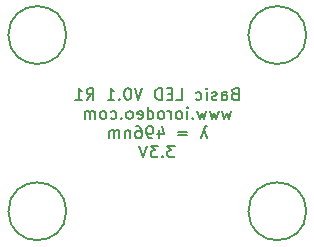
<source format=gbr>
%TF.GenerationSoftware,KiCad,Pcbnew,7.0.2-6a45011f42~172~ubuntu22.04.1*%
%TF.CreationDate,2023-09-05T11:02:04-07:00*%
%TF.ProjectId,basic_led,62617369-635f-46c6-9564-2e6b69636164,rev?*%
%TF.SameCoordinates,Original*%
%TF.FileFunction,Legend,Bot*%
%TF.FilePolarity,Positive*%
%FSLAX46Y46*%
G04 Gerber Fmt 4.6, Leading zero omitted, Abs format (unit mm)*
G04 Created by KiCad (PCBNEW 7.0.2-6a45011f42~172~ubuntu22.04.1) date 2023-09-05 11:02:04*
%MOMM*%
%LPD*%
G01*
G04 APERTURE LIST*
%ADD10C,0.150000*%
G04 APERTURE END LIST*
D10*
X69247619Y-57508809D02*
X69104762Y-57556428D01*
X69104762Y-57556428D02*
X69057143Y-57604047D01*
X69057143Y-57604047D02*
X69009524Y-57699285D01*
X69009524Y-57699285D02*
X69009524Y-57842142D01*
X69009524Y-57842142D02*
X69057143Y-57937380D01*
X69057143Y-57937380D02*
X69104762Y-57985000D01*
X69104762Y-57985000D02*
X69200000Y-58032619D01*
X69200000Y-58032619D02*
X69580952Y-58032619D01*
X69580952Y-58032619D02*
X69580952Y-57032619D01*
X69580952Y-57032619D02*
X69247619Y-57032619D01*
X69247619Y-57032619D02*
X69152381Y-57080238D01*
X69152381Y-57080238D02*
X69104762Y-57127857D01*
X69104762Y-57127857D02*
X69057143Y-57223095D01*
X69057143Y-57223095D02*
X69057143Y-57318333D01*
X69057143Y-57318333D02*
X69104762Y-57413571D01*
X69104762Y-57413571D02*
X69152381Y-57461190D01*
X69152381Y-57461190D02*
X69247619Y-57508809D01*
X69247619Y-57508809D02*
X69580952Y-57508809D01*
X68152381Y-58032619D02*
X68152381Y-57508809D01*
X68152381Y-57508809D02*
X68200000Y-57413571D01*
X68200000Y-57413571D02*
X68295238Y-57365952D01*
X68295238Y-57365952D02*
X68485714Y-57365952D01*
X68485714Y-57365952D02*
X68580952Y-57413571D01*
X68152381Y-57985000D02*
X68247619Y-58032619D01*
X68247619Y-58032619D02*
X68485714Y-58032619D01*
X68485714Y-58032619D02*
X68580952Y-57985000D01*
X68580952Y-57985000D02*
X68628571Y-57889761D01*
X68628571Y-57889761D02*
X68628571Y-57794523D01*
X68628571Y-57794523D02*
X68580952Y-57699285D01*
X68580952Y-57699285D02*
X68485714Y-57651666D01*
X68485714Y-57651666D02*
X68247619Y-57651666D01*
X68247619Y-57651666D02*
X68152381Y-57604047D01*
X67723809Y-57985000D02*
X67628571Y-58032619D01*
X67628571Y-58032619D02*
X67438095Y-58032619D01*
X67438095Y-58032619D02*
X67342857Y-57985000D01*
X67342857Y-57985000D02*
X67295238Y-57889761D01*
X67295238Y-57889761D02*
X67295238Y-57842142D01*
X67295238Y-57842142D02*
X67342857Y-57746904D01*
X67342857Y-57746904D02*
X67438095Y-57699285D01*
X67438095Y-57699285D02*
X67580952Y-57699285D01*
X67580952Y-57699285D02*
X67676190Y-57651666D01*
X67676190Y-57651666D02*
X67723809Y-57556428D01*
X67723809Y-57556428D02*
X67723809Y-57508809D01*
X67723809Y-57508809D02*
X67676190Y-57413571D01*
X67676190Y-57413571D02*
X67580952Y-57365952D01*
X67580952Y-57365952D02*
X67438095Y-57365952D01*
X67438095Y-57365952D02*
X67342857Y-57413571D01*
X66866666Y-58032619D02*
X66866666Y-57365952D01*
X66866666Y-57032619D02*
X66914285Y-57080238D01*
X66914285Y-57080238D02*
X66866666Y-57127857D01*
X66866666Y-57127857D02*
X66819047Y-57080238D01*
X66819047Y-57080238D02*
X66866666Y-57032619D01*
X66866666Y-57032619D02*
X66866666Y-57127857D01*
X65961905Y-57985000D02*
X66057143Y-58032619D01*
X66057143Y-58032619D02*
X66247619Y-58032619D01*
X66247619Y-58032619D02*
X66342857Y-57985000D01*
X66342857Y-57985000D02*
X66390476Y-57937380D01*
X66390476Y-57937380D02*
X66438095Y-57842142D01*
X66438095Y-57842142D02*
X66438095Y-57556428D01*
X66438095Y-57556428D02*
X66390476Y-57461190D01*
X66390476Y-57461190D02*
X66342857Y-57413571D01*
X66342857Y-57413571D02*
X66247619Y-57365952D01*
X66247619Y-57365952D02*
X66057143Y-57365952D01*
X66057143Y-57365952D02*
X65961905Y-57413571D01*
X64295238Y-58032619D02*
X64771428Y-58032619D01*
X64771428Y-58032619D02*
X64771428Y-57032619D01*
X63961904Y-57508809D02*
X63628571Y-57508809D01*
X63485714Y-58032619D02*
X63961904Y-58032619D01*
X63961904Y-58032619D02*
X63961904Y-57032619D01*
X63961904Y-57032619D02*
X63485714Y-57032619D01*
X63057142Y-58032619D02*
X63057142Y-57032619D01*
X63057142Y-57032619D02*
X62819047Y-57032619D01*
X62819047Y-57032619D02*
X62676190Y-57080238D01*
X62676190Y-57080238D02*
X62580952Y-57175476D01*
X62580952Y-57175476D02*
X62533333Y-57270714D01*
X62533333Y-57270714D02*
X62485714Y-57461190D01*
X62485714Y-57461190D02*
X62485714Y-57604047D01*
X62485714Y-57604047D02*
X62533333Y-57794523D01*
X62533333Y-57794523D02*
X62580952Y-57889761D01*
X62580952Y-57889761D02*
X62676190Y-57985000D01*
X62676190Y-57985000D02*
X62819047Y-58032619D01*
X62819047Y-58032619D02*
X63057142Y-58032619D01*
X61438094Y-57032619D02*
X61104761Y-58032619D01*
X61104761Y-58032619D02*
X60771428Y-57032619D01*
X60247618Y-57032619D02*
X60152380Y-57032619D01*
X60152380Y-57032619D02*
X60057142Y-57080238D01*
X60057142Y-57080238D02*
X60009523Y-57127857D01*
X60009523Y-57127857D02*
X59961904Y-57223095D01*
X59961904Y-57223095D02*
X59914285Y-57413571D01*
X59914285Y-57413571D02*
X59914285Y-57651666D01*
X59914285Y-57651666D02*
X59961904Y-57842142D01*
X59961904Y-57842142D02*
X60009523Y-57937380D01*
X60009523Y-57937380D02*
X60057142Y-57985000D01*
X60057142Y-57985000D02*
X60152380Y-58032619D01*
X60152380Y-58032619D02*
X60247618Y-58032619D01*
X60247618Y-58032619D02*
X60342856Y-57985000D01*
X60342856Y-57985000D02*
X60390475Y-57937380D01*
X60390475Y-57937380D02*
X60438094Y-57842142D01*
X60438094Y-57842142D02*
X60485713Y-57651666D01*
X60485713Y-57651666D02*
X60485713Y-57413571D01*
X60485713Y-57413571D02*
X60438094Y-57223095D01*
X60438094Y-57223095D02*
X60390475Y-57127857D01*
X60390475Y-57127857D02*
X60342856Y-57080238D01*
X60342856Y-57080238D02*
X60247618Y-57032619D01*
X59485713Y-57937380D02*
X59438094Y-57985000D01*
X59438094Y-57985000D02*
X59485713Y-58032619D01*
X59485713Y-58032619D02*
X59533332Y-57985000D01*
X59533332Y-57985000D02*
X59485713Y-57937380D01*
X59485713Y-57937380D02*
X59485713Y-58032619D01*
X58485714Y-58032619D02*
X59057142Y-58032619D01*
X58771428Y-58032619D02*
X58771428Y-57032619D01*
X58771428Y-57032619D02*
X58866666Y-57175476D01*
X58866666Y-57175476D02*
X58961904Y-57270714D01*
X58961904Y-57270714D02*
X59057142Y-57318333D01*
X56723809Y-58032619D02*
X57057142Y-57556428D01*
X57295237Y-58032619D02*
X57295237Y-57032619D01*
X57295237Y-57032619D02*
X56914285Y-57032619D01*
X56914285Y-57032619D02*
X56819047Y-57080238D01*
X56819047Y-57080238D02*
X56771428Y-57127857D01*
X56771428Y-57127857D02*
X56723809Y-57223095D01*
X56723809Y-57223095D02*
X56723809Y-57365952D01*
X56723809Y-57365952D02*
X56771428Y-57461190D01*
X56771428Y-57461190D02*
X56819047Y-57508809D01*
X56819047Y-57508809D02*
X56914285Y-57556428D01*
X56914285Y-57556428D02*
X57295237Y-57556428D01*
X55771428Y-58032619D02*
X56342856Y-58032619D01*
X56057142Y-58032619D02*
X56057142Y-57032619D01*
X56057142Y-57032619D02*
X56152380Y-57175476D01*
X56152380Y-57175476D02*
X56247618Y-57270714D01*
X56247618Y-57270714D02*
X56342856Y-57318333D01*
X68938094Y-58985952D02*
X68747618Y-59652619D01*
X68747618Y-59652619D02*
X68557142Y-59176428D01*
X68557142Y-59176428D02*
X68366666Y-59652619D01*
X68366666Y-59652619D02*
X68176190Y-58985952D01*
X67890475Y-58985952D02*
X67699999Y-59652619D01*
X67699999Y-59652619D02*
X67509523Y-59176428D01*
X67509523Y-59176428D02*
X67319047Y-59652619D01*
X67319047Y-59652619D02*
X67128571Y-58985952D01*
X66842856Y-58985952D02*
X66652380Y-59652619D01*
X66652380Y-59652619D02*
X66461904Y-59176428D01*
X66461904Y-59176428D02*
X66271428Y-59652619D01*
X66271428Y-59652619D02*
X66080952Y-58985952D01*
X65699999Y-59557380D02*
X65652380Y-59605000D01*
X65652380Y-59605000D02*
X65699999Y-59652619D01*
X65699999Y-59652619D02*
X65747618Y-59605000D01*
X65747618Y-59605000D02*
X65699999Y-59557380D01*
X65699999Y-59557380D02*
X65699999Y-59652619D01*
X65223809Y-59652619D02*
X65223809Y-58985952D01*
X65223809Y-58652619D02*
X65271428Y-58700238D01*
X65271428Y-58700238D02*
X65223809Y-58747857D01*
X65223809Y-58747857D02*
X65176190Y-58700238D01*
X65176190Y-58700238D02*
X65223809Y-58652619D01*
X65223809Y-58652619D02*
X65223809Y-58747857D01*
X64604762Y-59652619D02*
X64700000Y-59605000D01*
X64700000Y-59605000D02*
X64747619Y-59557380D01*
X64747619Y-59557380D02*
X64795238Y-59462142D01*
X64795238Y-59462142D02*
X64795238Y-59176428D01*
X64795238Y-59176428D02*
X64747619Y-59081190D01*
X64747619Y-59081190D02*
X64700000Y-59033571D01*
X64700000Y-59033571D02*
X64604762Y-58985952D01*
X64604762Y-58985952D02*
X64461905Y-58985952D01*
X64461905Y-58985952D02*
X64366667Y-59033571D01*
X64366667Y-59033571D02*
X64319048Y-59081190D01*
X64319048Y-59081190D02*
X64271429Y-59176428D01*
X64271429Y-59176428D02*
X64271429Y-59462142D01*
X64271429Y-59462142D02*
X64319048Y-59557380D01*
X64319048Y-59557380D02*
X64366667Y-59605000D01*
X64366667Y-59605000D02*
X64461905Y-59652619D01*
X64461905Y-59652619D02*
X64604762Y-59652619D01*
X63842857Y-59652619D02*
X63842857Y-58985952D01*
X63842857Y-59176428D02*
X63795238Y-59081190D01*
X63795238Y-59081190D02*
X63747619Y-59033571D01*
X63747619Y-59033571D02*
X63652381Y-58985952D01*
X63652381Y-58985952D02*
X63557143Y-58985952D01*
X63080952Y-59652619D02*
X63176190Y-59605000D01*
X63176190Y-59605000D02*
X63223809Y-59557380D01*
X63223809Y-59557380D02*
X63271428Y-59462142D01*
X63271428Y-59462142D02*
X63271428Y-59176428D01*
X63271428Y-59176428D02*
X63223809Y-59081190D01*
X63223809Y-59081190D02*
X63176190Y-59033571D01*
X63176190Y-59033571D02*
X63080952Y-58985952D01*
X63080952Y-58985952D02*
X62938095Y-58985952D01*
X62938095Y-58985952D02*
X62842857Y-59033571D01*
X62842857Y-59033571D02*
X62795238Y-59081190D01*
X62795238Y-59081190D02*
X62747619Y-59176428D01*
X62747619Y-59176428D02*
X62747619Y-59462142D01*
X62747619Y-59462142D02*
X62795238Y-59557380D01*
X62795238Y-59557380D02*
X62842857Y-59605000D01*
X62842857Y-59605000D02*
X62938095Y-59652619D01*
X62938095Y-59652619D02*
X63080952Y-59652619D01*
X61890476Y-59652619D02*
X61890476Y-58652619D01*
X61890476Y-59605000D02*
X61985714Y-59652619D01*
X61985714Y-59652619D02*
X62176190Y-59652619D01*
X62176190Y-59652619D02*
X62271428Y-59605000D01*
X62271428Y-59605000D02*
X62319047Y-59557380D01*
X62319047Y-59557380D02*
X62366666Y-59462142D01*
X62366666Y-59462142D02*
X62366666Y-59176428D01*
X62366666Y-59176428D02*
X62319047Y-59081190D01*
X62319047Y-59081190D02*
X62271428Y-59033571D01*
X62271428Y-59033571D02*
X62176190Y-58985952D01*
X62176190Y-58985952D02*
X61985714Y-58985952D01*
X61985714Y-58985952D02*
X61890476Y-59033571D01*
X61033333Y-59605000D02*
X61128571Y-59652619D01*
X61128571Y-59652619D02*
X61319047Y-59652619D01*
X61319047Y-59652619D02*
X61414285Y-59605000D01*
X61414285Y-59605000D02*
X61461904Y-59509761D01*
X61461904Y-59509761D02*
X61461904Y-59128809D01*
X61461904Y-59128809D02*
X61414285Y-59033571D01*
X61414285Y-59033571D02*
X61319047Y-58985952D01*
X61319047Y-58985952D02*
X61128571Y-58985952D01*
X61128571Y-58985952D02*
X61033333Y-59033571D01*
X61033333Y-59033571D02*
X60985714Y-59128809D01*
X60985714Y-59128809D02*
X60985714Y-59224047D01*
X60985714Y-59224047D02*
X61461904Y-59319285D01*
X60414285Y-59652619D02*
X60509523Y-59605000D01*
X60509523Y-59605000D02*
X60557142Y-59557380D01*
X60557142Y-59557380D02*
X60604761Y-59462142D01*
X60604761Y-59462142D02*
X60604761Y-59176428D01*
X60604761Y-59176428D02*
X60557142Y-59081190D01*
X60557142Y-59081190D02*
X60509523Y-59033571D01*
X60509523Y-59033571D02*
X60414285Y-58985952D01*
X60414285Y-58985952D02*
X60271428Y-58985952D01*
X60271428Y-58985952D02*
X60176190Y-59033571D01*
X60176190Y-59033571D02*
X60128571Y-59081190D01*
X60128571Y-59081190D02*
X60080952Y-59176428D01*
X60080952Y-59176428D02*
X60080952Y-59462142D01*
X60080952Y-59462142D02*
X60128571Y-59557380D01*
X60128571Y-59557380D02*
X60176190Y-59605000D01*
X60176190Y-59605000D02*
X60271428Y-59652619D01*
X60271428Y-59652619D02*
X60414285Y-59652619D01*
X59652380Y-59557380D02*
X59604761Y-59605000D01*
X59604761Y-59605000D02*
X59652380Y-59652619D01*
X59652380Y-59652619D02*
X59699999Y-59605000D01*
X59699999Y-59605000D02*
X59652380Y-59557380D01*
X59652380Y-59557380D02*
X59652380Y-59652619D01*
X58747619Y-59605000D02*
X58842857Y-59652619D01*
X58842857Y-59652619D02*
X59033333Y-59652619D01*
X59033333Y-59652619D02*
X59128571Y-59605000D01*
X59128571Y-59605000D02*
X59176190Y-59557380D01*
X59176190Y-59557380D02*
X59223809Y-59462142D01*
X59223809Y-59462142D02*
X59223809Y-59176428D01*
X59223809Y-59176428D02*
X59176190Y-59081190D01*
X59176190Y-59081190D02*
X59128571Y-59033571D01*
X59128571Y-59033571D02*
X59033333Y-58985952D01*
X59033333Y-58985952D02*
X58842857Y-58985952D01*
X58842857Y-58985952D02*
X58747619Y-59033571D01*
X58176190Y-59652619D02*
X58271428Y-59605000D01*
X58271428Y-59605000D02*
X58319047Y-59557380D01*
X58319047Y-59557380D02*
X58366666Y-59462142D01*
X58366666Y-59462142D02*
X58366666Y-59176428D01*
X58366666Y-59176428D02*
X58319047Y-59081190D01*
X58319047Y-59081190D02*
X58271428Y-59033571D01*
X58271428Y-59033571D02*
X58176190Y-58985952D01*
X58176190Y-58985952D02*
X58033333Y-58985952D01*
X58033333Y-58985952D02*
X57938095Y-59033571D01*
X57938095Y-59033571D02*
X57890476Y-59081190D01*
X57890476Y-59081190D02*
X57842857Y-59176428D01*
X57842857Y-59176428D02*
X57842857Y-59462142D01*
X57842857Y-59462142D02*
X57890476Y-59557380D01*
X57890476Y-59557380D02*
X57938095Y-59605000D01*
X57938095Y-59605000D02*
X58033333Y-59652619D01*
X58033333Y-59652619D02*
X58176190Y-59652619D01*
X57414285Y-59652619D02*
X57414285Y-58985952D01*
X57414285Y-59081190D02*
X57366666Y-59033571D01*
X57366666Y-59033571D02*
X57271428Y-58985952D01*
X57271428Y-58985952D02*
X57128571Y-58985952D01*
X57128571Y-58985952D02*
X57033333Y-59033571D01*
X57033333Y-59033571D02*
X56985714Y-59128809D01*
X56985714Y-59128809D02*
X56985714Y-59652619D01*
X56985714Y-59128809D02*
X56938095Y-59033571D01*
X56938095Y-59033571D02*
X56842857Y-58985952D01*
X56842857Y-58985952D02*
X56700000Y-58985952D01*
X56700000Y-58985952D02*
X56604761Y-59033571D01*
X56604761Y-59033571D02*
X56557142Y-59128809D01*
X56557142Y-59128809D02*
X56557142Y-59652619D01*
X66628571Y-60605952D02*
X66866666Y-61272619D01*
X66866666Y-60272619D02*
X66771428Y-60272619D01*
X66771428Y-60272619D02*
X66723809Y-60320238D01*
X66723809Y-60320238D02*
X66628571Y-60605952D01*
X66628571Y-60605952D02*
X66390476Y-61272619D01*
X65247618Y-60748809D02*
X64485714Y-60748809D01*
X64485714Y-61034523D02*
X65247618Y-61034523D01*
X62819047Y-60605952D02*
X62819047Y-61272619D01*
X63057142Y-60225000D02*
X63295237Y-60939285D01*
X63295237Y-60939285D02*
X62676190Y-60939285D01*
X62247618Y-61272619D02*
X62057142Y-61272619D01*
X62057142Y-61272619D02*
X61961904Y-61225000D01*
X61961904Y-61225000D02*
X61914285Y-61177380D01*
X61914285Y-61177380D02*
X61819047Y-61034523D01*
X61819047Y-61034523D02*
X61771428Y-60844047D01*
X61771428Y-60844047D02*
X61771428Y-60463095D01*
X61771428Y-60463095D02*
X61819047Y-60367857D01*
X61819047Y-60367857D02*
X61866666Y-60320238D01*
X61866666Y-60320238D02*
X61961904Y-60272619D01*
X61961904Y-60272619D02*
X62152380Y-60272619D01*
X62152380Y-60272619D02*
X62247618Y-60320238D01*
X62247618Y-60320238D02*
X62295237Y-60367857D01*
X62295237Y-60367857D02*
X62342856Y-60463095D01*
X62342856Y-60463095D02*
X62342856Y-60701190D01*
X62342856Y-60701190D02*
X62295237Y-60796428D01*
X62295237Y-60796428D02*
X62247618Y-60844047D01*
X62247618Y-60844047D02*
X62152380Y-60891666D01*
X62152380Y-60891666D02*
X61961904Y-60891666D01*
X61961904Y-60891666D02*
X61866666Y-60844047D01*
X61866666Y-60844047D02*
X61819047Y-60796428D01*
X61819047Y-60796428D02*
X61771428Y-60701190D01*
X60914285Y-60272619D02*
X61104761Y-60272619D01*
X61104761Y-60272619D02*
X61199999Y-60320238D01*
X61199999Y-60320238D02*
X61247618Y-60367857D01*
X61247618Y-60367857D02*
X61342856Y-60510714D01*
X61342856Y-60510714D02*
X61390475Y-60701190D01*
X61390475Y-60701190D02*
X61390475Y-61082142D01*
X61390475Y-61082142D02*
X61342856Y-61177380D01*
X61342856Y-61177380D02*
X61295237Y-61225000D01*
X61295237Y-61225000D02*
X61199999Y-61272619D01*
X61199999Y-61272619D02*
X61009523Y-61272619D01*
X61009523Y-61272619D02*
X60914285Y-61225000D01*
X60914285Y-61225000D02*
X60866666Y-61177380D01*
X60866666Y-61177380D02*
X60819047Y-61082142D01*
X60819047Y-61082142D02*
X60819047Y-60844047D01*
X60819047Y-60844047D02*
X60866666Y-60748809D01*
X60866666Y-60748809D02*
X60914285Y-60701190D01*
X60914285Y-60701190D02*
X61009523Y-60653571D01*
X61009523Y-60653571D02*
X61199999Y-60653571D01*
X61199999Y-60653571D02*
X61295237Y-60701190D01*
X61295237Y-60701190D02*
X61342856Y-60748809D01*
X61342856Y-60748809D02*
X61390475Y-60844047D01*
X60390475Y-60605952D02*
X60390475Y-61272619D01*
X60390475Y-60701190D02*
X60342856Y-60653571D01*
X60342856Y-60653571D02*
X60247618Y-60605952D01*
X60247618Y-60605952D02*
X60104761Y-60605952D01*
X60104761Y-60605952D02*
X60009523Y-60653571D01*
X60009523Y-60653571D02*
X59961904Y-60748809D01*
X59961904Y-60748809D02*
X59961904Y-61272619D01*
X59485713Y-61272619D02*
X59485713Y-60605952D01*
X59485713Y-60701190D02*
X59438094Y-60653571D01*
X59438094Y-60653571D02*
X59342856Y-60605952D01*
X59342856Y-60605952D02*
X59199999Y-60605952D01*
X59199999Y-60605952D02*
X59104761Y-60653571D01*
X59104761Y-60653571D02*
X59057142Y-60748809D01*
X59057142Y-60748809D02*
X59057142Y-61272619D01*
X59057142Y-60748809D02*
X59009523Y-60653571D01*
X59009523Y-60653571D02*
X58914285Y-60605952D01*
X58914285Y-60605952D02*
X58771428Y-60605952D01*
X58771428Y-60605952D02*
X58676189Y-60653571D01*
X58676189Y-60653571D02*
X58628570Y-60748809D01*
X58628570Y-60748809D02*
X58628570Y-61272619D01*
X64176189Y-61892619D02*
X63557142Y-61892619D01*
X63557142Y-61892619D02*
X63890475Y-62273571D01*
X63890475Y-62273571D02*
X63747618Y-62273571D01*
X63747618Y-62273571D02*
X63652380Y-62321190D01*
X63652380Y-62321190D02*
X63604761Y-62368809D01*
X63604761Y-62368809D02*
X63557142Y-62464047D01*
X63557142Y-62464047D02*
X63557142Y-62702142D01*
X63557142Y-62702142D02*
X63604761Y-62797380D01*
X63604761Y-62797380D02*
X63652380Y-62845000D01*
X63652380Y-62845000D02*
X63747618Y-62892619D01*
X63747618Y-62892619D02*
X64033332Y-62892619D01*
X64033332Y-62892619D02*
X64128570Y-62845000D01*
X64128570Y-62845000D02*
X64176189Y-62797380D01*
X63128570Y-62797380D02*
X63080951Y-62845000D01*
X63080951Y-62845000D02*
X63128570Y-62892619D01*
X63128570Y-62892619D02*
X63176189Y-62845000D01*
X63176189Y-62845000D02*
X63128570Y-62797380D01*
X63128570Y-62797380D02*
X63128570Y-62892619D01*
X62747618Y-61892619D02*
X62128571Y-61892619D01*
X62128571Y-61892619D02*
X62461904Y-62273571D01*
X62461904Y-62273571D02*
X62319047Y-62273571D01*
X62319047Y-62273571D02*
X62223809Y-62321190D01*
X62223809Y-62321190D02*
X62176190Y-62368809D01*
X62176190Y-62368809D02*
X62128571Y-62464047D01*
X62128571Y-62464047D02*
X62128571Y-62702142D01*
X62128571Y-62702142D02*
X62176190Y-62797380D01*
X62176190Y-62797380D02*
X62223809Y-62845000D01*
X62223809Y-62845000D02*
X62319047Y-62892619D01*
X62319047Y-62892619D02*
X62604761Y-62892619D01*
X62604761Y-62892619D02*
X62699999Y-62845000D01*
X62699999Y-62845000D02*
X62747618Y-62797380D01*
X61842856Y-61892619D02*
X61509523Y-62892619D01*
X61509523Y-62892619D02*
X61176190Y-61892619D01*
%TO.C,M1*%
X54990000Y-52540000D02*
G75*
G03*
X54990000Y-52540000I-2450000J0D01*
G01*
%TO.C,M2*%
X75310000Y-52540000D02*
G75*
G03*
X75310000Y-52540000I-2450000J0D01*
G01*
%TO.C,M3*%
X75310000Y-67460000D02*
G75*
G03*
X75310000Y-67460000I-2450000J0D01*
G01*
%TO.C,M4*%
X54990000Y-67460000D02*
G75*
G03*
X54990000Y-67460000I-2450000J0D01*
G01*
%TD*%
M02*

</source>
